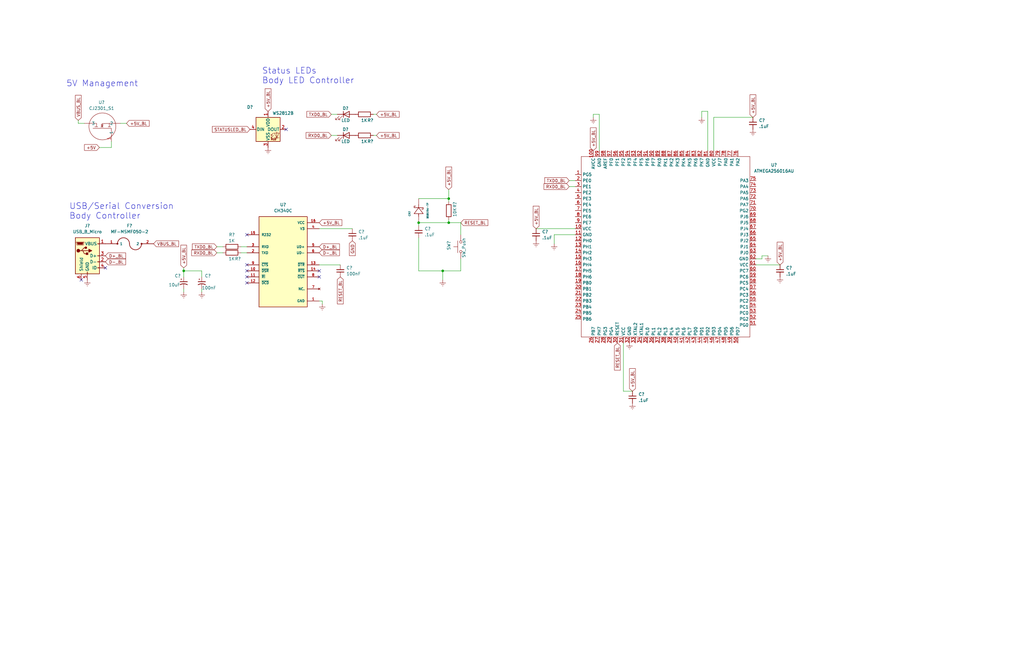
<source format=kicad_sch>
(kicad_sch (version 20211123) (generator eeschema)
  (paper "USLedger")
  (lib_symbols
    (symbol "Connector:USB_B_Micro" (pin_names (offset 1.016))
      (property "Reference" "J" (at -5.08 11.43 0))
      (property "Value" "USB_B_Micro" (at -5.08 8.89 0))
      (symbol "USB_B_Micro_0_1"
        (rectangle (start -5.08 -7.62) (end 5.08 7.62) (stroke (width 0.254)) (fill (type background)))
        (circle (center -3.81 2.159) (radius 0.635) (stroke (width 0.254)) (fill (type outline)))
        (circle (center -0.635 3.429) (radius 0.381) (stroke (width 0.254)) (fill (type outline)))
        (rectangle (start -0.127 -7.62) (end 0.127 -6.858))
        (polyline (pts (xy -1.905 2.159) (xy 0.635 2.159)) (stroke (width 0.254)))
        (polyline (pts (xy -3.175 2.159) (xy -2.54 2.159) (xy -1.27 3.429) (xy -0.635 3.429)) (stroke (width 0.254)))
        (polyline (pts (xy -2.54 2.159) (xy -1.905 2.159) (xy -1.27 0.889) (xy 0 0.889)) (stroke (width 0.254)))
        (polyline (pts (xy 0.635 2.794) (xy 0.635 1.524) (xy 1.905 2.159) (xy 0.635 2.794)) (stroke (width 0.254)) (fill (type outline)))
        (polyline (pts (xy -4.318 5.588) (xy -1.778 5.588) (xy -2.032 4.826) (xy -4.064 4.826) (xy -4.318 5.588)) (fill (type outline)))
        (polyline (pts (xy -4.699 5.842) (xy -4.699 5.588) (xy -4.445 4.826) (xy -4.445 4.572) (xy -1.651 4.572) (xy -1.651 4.826) (xy -1.397 5.588) (xy -1.397 5.842) (xy -4.699 5.842)))
        (rectangle (start 0.254 1.27) (end -0.508 0.508) (stroke (width 0.254)) (fill (type outline)))
        (rectangle (start 5.08 -5.207) (end 4.318 -4.953))
        (rectangle (start 5.08 -2.667) (end 4.318 -2.413))
        (rectangle (start 5.08 -0.127) (end 4.318 0.127))
        (rectangle (start 5.08 4.953) (end 4.318 5.207))
      )
      (symbol "USB_B_Micro_1_1"
        (pin power_out line (at 7.62 5.08 180) (length 2.54) (name "VBUS") (number "1"))
        (pin bidirectional line (at 7.62 -2.54 180) (length 2.54) (name "D-") (number "2"))
        (pin bidirectional line (at 7.62 0 180) (length 2.54) (name "D+") (number "3"))
        (pin passive line (at 7.62 -5.08 180) (length 2.54) (name "ID") (number "4"))
        (pin power_out line (at 0 -10.16 90) (length 2.54) (name "GND") (number "5"))
        (pin passive line (at -2.54 -10.16 90) (length 2.54) (name "Shield") (number "6"))
      )
    )
    (symbol "Custom:ATMEGA256016AU"
      (property "Reference" "U" (at -2.54 -2.54 0))
      (property "Value" "ATMEGA256016AU" (at 0 7.62 0))
      (symbol "ATMEGA256016AU_0_1"
        (rectangle (start -33.02 38.1) (end 38.1 -38.1))
      )
      (symbol "ATMEGA256016AU_1_1"
        (pin bidirectional line (at -35.56 30.48 0) (length 2.54) (name "PG5") (number "1"))
        (pin input line (at -35.56 7.62 0) (length 2.54) (name "VCC") (number "10"))
        (pin bidirectional line (at -27.94 40.64 270) (length 2.54) (name "AVCC") (number "100"))
        (pin input line (at -35.56 5.08 0) (length 2.54) (name "GND") (number "11"))
        (pin bidirectional line (at -35.56 2.54 0) (length 2.54) (name "PH0") (number "12"))
        (pin bidirectional line (at -35.56 0 0) (length 2.54) (name "PH1") (number "13"))
        (pin bidirectional line (at -35.56 -2.54 0) (length 2.54) (name "PH2") (number "14"))
        (pin bidirectional line (at -35.56 -5.08 0) (length 2.54) (name "PH3") (number "15"))
        (pin bidirectional line (at -35.56 -7.62 0) (length 2.54) (name "PH4") (number "16"))
        (pin bidirectional line (at -35.56 -10.16 0) (length 2.54) (name "PH5") (number "17"))
        (pin bidirectional line (at -35.56 -12.7 0) (length 2.54) (name "PH6") (number "18"))
        (pin bidirectional line (at -35.56 -15.24 0) (length 2.54) (name "PB0") (number "19"))
        (pin bidirectional line (at -35.56 27.94 0) (length 2.54) (name "PE0") (number "2"))
        (pin bidirectional line (at -35.56 -17.78 0) (length 2.54) (name "PB1") (number "20"))
        (pin bidirectional line (at -35.56 -20.32 0) (length 2.54) (name "PB2") (number "21"))
        (pin bidirectional line (at -35.56 -22.86 0) (length 2.54) (name "PB3") (number "22"))
        (pin bidirectional line (at -35.56 -25.4 0) (length 2.54) (name "PB4") (number "23"))
        (pin bidirectional line (at -35.56 -27.94 0) (length 2.54) (name "PB5") (number "24"))
        (pin bidirectional line (at -35.56 -30.48 0) (length 2.54) (name "PB6") (number "25"))
        (pin bidirectional line (at -27.94 -40.64 90) (length 2.54) (name "PB7") (number "26"))
        (pin bidirectional line (at -25.4 -40.64 90) (length 2.54) (name "PH7") (number "27"))
        (pin bidirectional line (at -22.86 -40.64 90) (length 2.54) (name "PG3") (number "28"))
        (pin bidirectional line (at -20.32 -40.64 90) (length 2.54) (name "PG4") (number "29"))
        (pin bidirectional line (at -35.56 25.4 0) (length 2.54) (name "PE1") (number "3"))
        (pin input line (at -17.78 -40.64 90) (length 2.54) (name "RESET") (number "30"))
        (pin input line (at -15.24 -40.64 90) (length 2.54) (name "VCC") (number "31"))
        (pin input line (at -12.7 -40.64 90) (length 2.54) (name "GND") (number "32"))
        (pin input line (at -10.16 -40.64 90) (length 2.54) (name "XTAL2") (number "33"))
        (pin input line (at -7.62 -40.64 90) (length 2.54) (name "XTAL1") (number "34"))
        (pin bidirectional line (at -5.08 -40.64 90) (length 2.54) (name "PL0") (number "35"))
        (pin bidirectional line (at -2.54 -40.64 90) (length 2.54) (name "PL1") (number "36"))
        (pin bidirectional line (at 0 -40.64 90) (length 2.54) (name "PL2") (number "37"))
        (pin bidirectional line (at 2.54 -40.64 90) (length 2.54) (name "PL3") (number "38"))
        (pin bidirectional line (at 5.08 -40.64 90) (length 2.54) (name "PL4") (number "39"))
        (pin bidirectional line (at -35.56 22.86 0) (length 2.54) (name "PE2") (number "4"))
        (pin bidirectional line (at 7.62 -40.64 90) (length 2.54) (name "PL5") (number "40"))
        (pin bidirectional line (at 10.16 -40.64 90) (length 2.54) (name "PL6") (number "41"))
        (pin bidirectional line (at 12.7 -40.64 90) (length 2.54) (name "PL7") (number "42"))
        (pin bidirectional line (at 15.24 -40.64 90) (length 2.54) (name "PD0") (number "43"))
        (pin bidirectional line (at 17.78 -40.64 90) (length 2.54) (name "PD1") (number "44"))
        (pin bidirectional line (at 20.32 -40.64 90) (length 2.54) (name "PD2") (number "45"))
        (pin bidirectional line (at 22.86 -40.64 90) (length 2.54) (name "PD3") (number "46"))
        (pin bidirectional line (at 25.4 -40.64 90) (length 2.54) (name "PD4") (number "47"))
        (pin bidirectional line (at 27.94 -40.64 90) (length 2.54) (name "PD5") (number "48"))
        (pin bidirectional line (at 30.48 -40.64 90) (length 2.54) (name "PD6") (number "49"))
        (pin bidirectional line (at -35.56 20.32 0) (length 2.54) (name "PE3") (number "5"))
        (pin bidirectional line (at 33.02 -40.64 90) (length 2.54) (name "PD7") (number "50"))
        (pin bidirectional line (at 40.64 -33.02 180) (length 2.54) (name "PG0") (number "51"))
        (pin bidirectional line (at 40.64 -30.48 180) (length 2.54) (name "PG2") (number "52"))
        (pin bidirectional line (at 40.64 -27.94 180) (length 2.54) (name "PC0") (number "53"))
        (pin bidirectional line (at 40.64 -25.4 180) (length 2.54) (name "PC1") (number "54"))
        (pin bidirectional line (at 40.64 -22.86 180) (length 2.54) (name "PC2") (number "55"))
        (pin bidirectional line (at 40.64 -20.32 180) (length 2.54) (name "PC3") (number "56"))
        (pin bidirectional line (at 40.64 -17.78 180) (length 2.54) (name "PC4") (number "57"))
        (pin bidirectional line (at 40.64 -15.24 180) (length 2.54) (name "PC5") (number "58"))
        (pin bidirectional line (at 40.64 -12.7 180) (length 2.54) (name "PC6") (number "59"))
        (pin bidirectional line (at -35.56 17.78 0) (length 2.54) (name "PE4") (number "6"))
        (pin bidirectional line (at 40.64 -10.16 180) (length 2.54) (name "PC7") (number "60"))
        (pin input line (at 40.64 -7.62 180) (length 2.54) (name "VCC") (number "61"))
        (pin input line (at 40.64 -5.08 180) (length 2.54) (name "GND") (number "62"))
        (pin bidirectional line (at 40.64 -2.54 180) (length 2.54) (name "PJ0") (number "63"))
        (pin bidirectional line (at 40.64 0 180) (length 2.54) (name "PJ1") (number "64"))
        (pin bidirectional line (at 40.64 2.54 180) (length 2.54) (name "PJ2") (number "65"))
        (pin bidirectional line (at 40.64 5.08 180) (length 2.54) (name "PJ3") (number "66"))
        (pin bidirectional line (at 40.64 7.62 180) (length 2.54) (name "PJ4") (number "67"))
        (pin bidirectional line (at 40.64 10.16 180) (length 2.54) (name "PJ5") (number "68"))
        (pin bidirectional line (at 40.64 12.7 180) (length 2.54) (name "PJ6") (number "69"))
        (pin bidirectional line (at -35.56 15.24 0) (length 2.54) (name "PE5") (number "7"))
        (pin bidirectional line (at 40.64 15.24 180) (length 2.54) (name "PG2") (number "70"))
        (pin bidirectional line (at 40.64 17.78 180) (length 2.54) (name "PA7") (number "71"))
        (pin bidirectional line (at 40.64 20.32 180) (length 2.54) (name "PA6") (number "72"))
        (pin bidirectional line (at 40.64 22.86 180) (length 2.54) (name "PA5") (number "73"))
        (pin bidirectional line (at 40.64 25.4 180) (length 2.54) (name "PA4") (number "74"))
        (pin bidirectional line (at 40.64 27.94 180) (length 2.54) (name "PA3") (number "75"))
        (pin bidirectional line (at 33.02 40.64 270) (length 2.54) (name "PA2") (number "76"))
        (pin bidirectional line (at 30.48 40.64 270) (length 2.54) (name "PA1") (number "77"))
        (pin bidirectional line (at 27.94 40.64 270) (length 2.54) (name "PA0") (number "78"))
        (pin bidirectional line (at 25.4 40.64 270) (length 2.54) (name "PJ7") (number "79"))
        (pin bidirectional line (at -35.56 12.7 0) (length 2.54) (name "PE6") (number "8"))
        (pin input line (at 22.86 40.64 270) (length 2.54) (name "VCC") (number "80"))
        (pin input line (at 20.32 40.64 270) (length 2.54) (name "GND") (number "81"))
        (pin bidirectional line (at 17.78 40.64 270) (length 2.54) (name "PK7") (number "82"))
        (pin bidirectional line (at 15.24 40.64 270) (length 2.54) (name "PK6") (number "83"))
        (pin bidirectional line (at 12.7 40.64 270) (length 2.54) (name "PK5") (number "84"))
        (pin bidirectional line (at 10.16 40.64 270) (length 2.54) (name "PK4") (number "85"))
        (pin bidirectional line (at 7.62 40.64 270) (length 2.54) (name "PK3") (number "86"))
        (pin bidirectional line (at 5.08 40.64 270) (length 2.54) (name "PK2") (number "87"))
        (pin bidirectional line (at 2.54 40.64 270) (length 2.54) (name "PK1") (number "88"))
        (pin bidirectional line (at 0 40.64 270) (length 2.54) (name "PK0") (number "89"))
        (pin bidirectional line (at -35.56 10.16 0) (length 2.54) (name "PE7") (number "9"))
        (pin bidirectional line (at -2.54 40.64 270) (length 2.54) (name "PF7") (number "90"))
        (pin bidirectional line (at -5.08 40.64 270) (length 2.54) (name "PF6") (number "91"))
        (pin bidirectional line (at -7.62 40.64 270) (length 2.54) (name "PF5") (number "92"))
        (pin bidirectional line (at -10.16 40.64 270) (length 2.54) (name "PF4") (number "93"))
        (pin bidirectional line (at -12.7 40.64 270) (length 2.54) (name "PF3") (number "94"))
        (pin bidirectional line (at -15.24 40.64 270) (length 2.54) (name "PF2") (number "95"))
        (pin bidirectional line (at -17.78 40.64 270) (length 2.54) (name "PF1") (number "96"))
        (pin bidirectional line (at -20.32 40.64 270) (length 2.54) (name "PF0") (number "97"))
        (pin bidirectional line (at -22.86 40.64 270) (length 2.54) (name "AREF") (number "98"))
        (pin input line (at -25.4 40.64 270) (length 2.54) (name "GND") (number "99"))
      )
    )
    (symbol "Custom:B5819W-TP" (pin_numbers hide) (pin_names hide)
      (property "Reference" "CR" (at 5.08 4.445 0))
      (property "Value" "B5819W-TP" (at 5.08 -7.62 0))
      (symbol "B5819W-TP_1_1"
        (polyline (pts (xy 2.54 0) (xy 3.4798 0)) (stroke (width 0.2032)))
        (polyline (pts (xy 3.175 0) (xy 3.81 0)) (stroke (width 0.2032)))
        (polyline (pts (xy 3.81 -1.905) (xy 6.35 0)) (stroke (width 0.2032)))
        (polyline (pts (xy 3.81 1.905) (xy 3.81 -1.905)) (stroke (width 0.2032)))
        (polyline (pts (xy 5.715 -1.905) (xy 5.715 -1.27)) (stroke (width 0.2032)))
        (polyline (pts (xy 6.35 -1.905) (xy 5.715 -1.905)) (stroke (width 0.2032)))
        (polyline (pts (xy 6.35 -1.905) (xy 6.35 1.905)) (stroke (width 0.2032)))
        (polyline (pts (xy 6.35 0) (xy 3.81 1.905)) (stroke (width 0.2032)))
        (polyline (pts (xy 6.35 0) (xy 7.62 0)) (stroke (width 0.2032)))
        (polyline (pts (xy 6.35 1.905) (xy 6.985 1.905)) (stroke (width 0.2032)))
        (polyline (pts (xy 6.985 1.905) (xy 6.985 1.27)) (stroke (width 0.2032)))
        (pin unspecified line (at 10.16 0 180) (length 2.54) (name "~") (number "1"))
        (pin unspecified line (at 0 0 0) (length 2.54) (name "~") (number "2"))
      )
    )
    (symbol "Custom:CH340C" (pin_names (offset 1.016))
      (property "Reference" "U" (at -10.16 20.955 0))
      (property "Value" "CH340C" (at -10.16 -20.32 0))
      (symbol "CH340C_0_0"
        (rectangle (start -10.16 -17.78) (end 10.16 20.32) (stroke (width 0.254)) (fill (type background)))
        (pin power_in line (at 15.24 -15.24 180) (length 5.08) (name "GND") (number "1"))
        (pin input line (at -15.24 -2.54 0) (length 5.08) (name "~{DSR}") (number "10"))
        (pin input line (at -15.24 -5.08 0) (length 5.08) (name "~{RI}") (number "11"))
        (pin input line (at -15.24 -7.62 0) (length 5.08) (name "~{DCD}") (number "12"))
        (pin output line (at 15.24 0 180) (length 5.08) (name "~{DTR}") (number "13"))
        (pin output line (at 15.24 -2.54 180) (length 5.08) (name "~{RTS}") (number "14"))
        (pin input line (at -15.24 12.7 0) (length 5.08) (name "R232") (number "15"))
        (pin power_in line (at 15.24 17.78 180) (length 5.08) (name "VCC") (number "16"))
        (pin output line (at -15.24 5.08 0) (length 5.08) (name "TXD") (number "2"))
        (pin input line (at -15.24 7.62 0) (length 5.08) (name "RXD") (number "3"))
        (pin power_in line (at 15.24 15.24 180) (length 5.08) (name "V3") (number "4"))
        (pin bidirectional line (at 15.24 7.62 180) (length 5.08) (name "UD+") (number "5"))
        (pin bidirectional line (at 15.24 5.08 180) (length 5.08) (name "UD-") (number "6"))
        (pin no_connect line (at 15.24 -10.16 180) (length 5.08) (name "NC.") (number "7"))
        (pin output line (at 15.24 -5.08 180) (length 5.08) (name "~{OUT}") (number "8"))
        (pin input line (at -15.24 0 0) (length 5.08) (name "~{CTS}") (number "9"))
      )
    )
    (symbol "Custom:CJ2301_S1"
      (property "Reference" "U" (at 0 10.16 0))
      (property "Value" "CJ2301_S1" (at -1.27 -10.16 0))
      (symbol "CJ2301_S1_0_1"
        (polyline (pts (xy -8.89 1.27) (xy -8.89 1.27)))
        (polyline (pts (xy -1.9558 -0.1778) (xy -3.2258 -0.1778)))
        (polyline (pts (xy 2.413 -0.1778) (xy 3.5052 -0.1778)))
        (polyline (pts (xy 2.9464 1.2954) (xy 2.9464 -0.1016)))
        (polyline (pts (xy -5.0292 1.2954) (xy -2.4638 1.27) (xy -2.4638 -0.1016)))
        (polyline (pts (xy -0.508 0.6604) (xy 0.3302 0.6858) (xy -0.127 -0.1778)))
        (polyline (pts (xy 3.8354 -3.8608) (xy 3.7846 -0.8382) (xy -3.9878 -0.8382)))
        (polyline (pts (xy 5.08 1.27) (xy -0.1524 1.2192) (xy -0.1016 -0.2032)))
        (polyline (pts (xy -0.4826 0.6096) (xy -0.127 -0.2286) (xy 0.381 -0.2286) (xy -0.7112 -0.2286)))
        (circle (center 0 0) (radius 5.6796))
      )
      (symbol "CJ2301_S1_1_1"
        (pin bidirectional line (at 7.62 1.27 180) (length 2.54) (name "2") (number ""))
        (pin input line (at -7.62 1.27 0) (length 2.54) (name "3") (number ""))
        (pin bidirectional line (at 3.81 -6.35 90) (length 2.54) (name "1") (number "1"))
      )
    )
    (symbol "Custom:MF-MSMF050-2" (pin_names (offset 1.016))
      (property "Reference" "F" (at -5.08 3.81 0))
      (property "Value" "MF-MSMF050-2" (at -5.08 -3.81 0))
      (symbol "MF-MSMF050-2_0_0"
        (circle (center -5.08 0) (radius 0.254) (stroke (width 0.254)))
        (arc (start 0 0) (mid -2.54 2.54) (end -5.08 0) (stroke (width 0.254)))
        (arc (start 0 0) (mid 2.54 -2.54) (end 5.08 0) (stroke (width 0.254)))
        (circle (center 5.08 0) (radius 0.254) (stroke (width 0.254)))
        (pin passive line (at -10.16 0 0) (length 5.08) (name "1") (number "1"))
        (pin passive line (at 10.16 0 180) (length 5.08) (name "2") (number "2"))
      )
    )
    (symbol "Device:C_Polarized_Small_US" (pin_numbers hide) (pin_names (offset 0.254) hide)
      (property "Reference" "C" (at 0.254 1.778 0))
      (property "Value" "C_Polarized_Small_US" (at 0.254 -2.032 0))
      (symbol "C_Polarized_Small_US_0_1"
        (polyline (pts (xy -1.524 0.508) (xy 1.524 0.508)) (stroke (width 0.3048)))
        (polyline (pts (xy -1.27 1.524) (xy -0.762 1.524)))
        (polyline (pts (xy -1.016 1.27) (xy -1.016 1.778)))
        (arc (start 1.524 -0.762) (mid 0 -0.3734) (end -1.524 -0.762) (stroke (width 0.3048)))
      )
      (symbol "C_Polarized_Small_US_1_1"
        (pin passive line (at 0 2.54 270) (length 2.032) (name "~") (number "1"))
        (pin passive line (at 0 -2.54 90) (length 2.032) (name "~") (number "2"))
      )
    )
    (symbol "Device:C_Small" (pin_numbers hide) (pin_names (offset 0.254) hide)
      (property "Reference" "C" (at 0.254 1.778 0))
      (property "Value" "C_Small" (at 0.254 -2.032 0))
      (symbol "C_Small_0_1"
        (polyline (pts (xy -1.524 -0.508) (xy 1.524 -0.508)) (stroke (width 0.3302)))
        (polyline (pts (xy -1.524 0.508) (xy 1.524 0.508)) (stroke (width 0.3048)))
      )
      (symbol "C_Small_1_1"
        (pin passive line (at 0 2.54 270) (length 2.032) (name "~") (number "1"))
        (pin passive line (at 0 -2.54 90) (length 2.032) (name "~") (number "2"))
      )
    )
    (symbol "Device:LED" (pin_numbers hide) (pin_names (offset 1.016) hide)
      (property "Reference" "D" (at 0 2.54 0))
      (property "Value" "LED" (at 0 -2.54 0))
      (symbol "LED_0_1"
        (polyline (pts (xy -1.27 -1.27) (xy -1.27 1.27)) (stroke (width 0.254)))
        (polyline (pts (xy -1.27 0) (xy 1.27 0)))
        (polyline (pts (xy 1.27 -1.27) (xy 1.27 1.27) (xy -1.27 0) (xy 1.27 -1.27)) (stroke (width 0.254)))
        (polyline (pts (xy -3.048 -0.762) (xy -4.572 -2.286) (xy -3.81 -2.286) (xy -4.572 -2.286) (xy -4.572 -1.524)))
        (polyline (pts (xy -1.778 -0.762) (xy -3.302 -2.286) (xy -2.54 -2.286) (xy -3.302 -2.286) (xy -3.302 -1.524)))
      )
      (symbol "LED_1_1"
        (pin passive line (at -3.81 0 0) (length 2.54) (name "K") (number "1"))
        (pin passive line (at 3.81 0 180) (length 2.54) (name "A") (number "2"))
      )
    )
    (symbol "Device:R" (pin_numbers hide) (pin_names (offset 0))
      (property "Reference" "R" (at 2.032 0 90))
      (property "Value" "R" (at 0 0 90))
      (symbol "R_0_1"
        (rectangle (start -1.016 -2.54) (end 1.016 2.54) (stroke (width 0.254)))
      )
      (symbol "R_1_1"
        (pin passive line (at 0 3.81 270) (length 1.27) (name "~") (number "1"))
        (pin passive line (at 0 -3.81 90) (length 1.27) (name "~") (number "2"))
      )
    )
    (symbol "LED:WS2812B" (pin_names (offset 0.254))
      (property "Reference" "D" (at 5.08 5.715 0))
      (property "Value" "WS2812B" (at 1.27 -5.715 0))
      (symbol "WS2812B_0_0"
        (text "RGB" (at 2.286 -4.191 0) (effects (font (size 0.762 0.762))))
      )
      (symbol "WS2812B_0_1"
        (polyline (pts (xy 1.27 -3.556) (xy 1.778 -3.556)))
        (polyline (pts (xy 1.27 -2.54) (xy 1.778 -2.54)))
        (polyline (pts (xy 4.699 -3.556) (xy 2.667 -3.556)))
        (polyline (pts (xy 2.286 -2.54) (xy 1.27 -3.556) (xy 1.27 -3.048)))
        (polyline (pts (xy 2.286 -1.524) (xy 1.27 -2.54) (xy 1.27 -2.032)))
        (polyline (pts (xy 3.683 -1.016) (xy 3.683 -3.556) (xy 3.683 -4.064)))
        (polyline (pts (xy 4.699 -1.524) (xy 2.667 -1.524) (xy 3.683 -3.556) (xy 4.699 -1.524)))
        (rectangle (start 5.08 5.08) (end -5.08 -5.08) (stroke (width 0.254)) (fill (type background)))
      )
      (symbol "WS2812B_1_1"
        (pin power_in line (at 0 7.62 270) (length 2.54) (name "VDD") (number "1"))
        (pin output line (at 7.62 0 180) (length 2.54) (name "DOUT") (number "2"))
        (pin power_in line (at 0 -7.62 90) (length 2.54) (name "VSS") (number "3"))
        (pin input line (at -7.62 0 0) (length 2.54) (name "DIN") (number "4"))
      )
    )
    (symbol "Switch:SW_Push" (pin_numbers hide) (pin_names (offset 1.016) hide)
      (property "Reference" "SW" (at 1.27 2.54 0))
      (property "Value" "SW_Push" (at 0 -1.524 0))
      (symbol "SW_Push_0_1"
        (circle (center -2.032 0) (radius 0.508))
        (polyline (pts (xy 0 1.27) (xy 0 3.048)))
        (polyline (pts (xy 2.54 1.27) (xy -2.54 1.27)))
        (circle (center 2.032 0) (radius 0.508))
        (pin passive line (at -5.08 0 0) (length 2.54) (name "1") (number "1"))
        (pin passive line (at 5.08 0 180) (length 2.54) (name "2") (number "2"))
      )
    )
    (symbol "power:Earth" (power) (pin_names (offset 0))
      (symbol "Earth_0_1"
        (polyline (pts (xy -0.635 -1.905) (xy 0.635 -1.905)))
        (polyline (pts (xy -0.127 -2.54) (xy 0.127 -2.54)))
        (polyline (pts (xy 0 -1.27) (xy 0 0)))
        (polyline (pts (xy 1.27 -1.27) (xy -1.27 -1.27)))
      )
      (symbol "Earth_1_1"
        (pin power_in line (at 0 0 270) (length 0) hide (name "Earth") (number "1"))
      )
    )
  )
  (junction (at 189.23 93.98))
  (junction (at 176.53 93.98))
  (junction (at 186.69 114.3))
  (junction (at 77.47 114.3))
  (junction (at 189.23 83.82))
  (no_connect (at 120.65 54.61))
  (no_connect (at 104.14 99.06))
  (no_connect (at 104.14 119.38))
  (no_connect (at 104.14 116.84))
  (no_connect (at 34.29 118.11))
  (no_connect (at 134.62 114.3))
  (no_connect (at 44.45 113.03))
  (no_connect (at 104.14 111.76))
  (no_connect (at 104.14 114.3))
  (no_connect (at 134.62 116.84))
  (wire (pts (xy 233.68 99.06) (xy 233.68 102.87)))
  (wire (pts (xy 91.44 106.68) (xy 93.98 106.68)))
  (wire (pts (xy 158.75 48.26) (xy 157.48 48.26)))
  (wire (pts (xy 186.69 114.3) (xy 186.69 118.11)))
  (wire (pts (xy 252.73 63.5) (xy 252.73 48.26)))
  (wire (pts (xy 91.44 104.14) (xy 93.98 104.14)))
  (wire (pts (xy 50.8 52.07) (xy 53.34 52.07)))
  (wire (pts (xy 176.53 93.98) (xy 176.53 95.25)))
  (wire (pts (xy 46.99 59.69) (xy 46.99 62.23)))
  (wire (pts (xy 189.23 80.01) (xy 189.23 83.82)))
  (wire (pts (xy 194.31 114.3) (xy 186.69 114.3)))
  (wire (pts (xy 300.99 63.5) (xy 300.99 49.53)))
  (wire (pts (xy 242.57 99.06) (xy 233.68 99.06)))
  (wire (pts (xy 226.06 96.52) (xy 242.57 96.52)))
  (wire (pts (xy 158.75 57.15) (xy 157.48 57.15)))
  (wire (pts (xy 194.31 99.06) (xy 194.31 93.98)))
  (wire (pts (xy 176.53 114.3) (xy 176.53 100.33)))
  (wire (pts (xy 77.47 113.03) (xy 77.47 114.3)))
  (wire (pts (xy 85.09 116.84) (xy 85.09 114.3)))
  (wire (pts (xy 298.45 46.99) (xy 295.91 46.99)))
  (wire (pts (xy 240.03 76.2) (xy 242.57 76.2)))
  (wire (pts (xy 186.69 114.3) (xy 176.53 114.3)))
  (wire (pts (xy 139.7 48.26) (xy 142.24 48.26)))
  (wire (pts (xy 321.31 107.95) (xy 323.85 107.95)))
  (wire (pts (xy 143.51 111.76) (xy 134.62 111.76)))
  (wire (pts (xy 77.47 121.92) (xy 77.47 123.19)))
  (wire (pts (xy 33.02 50.8) (xy 33.02 52.07)))
  (wire (pts (xy 134.62 96.52) (xy 148.59 96.52)))
  (wire (pts (xy 176.53 93.98) (xy 189.23 93.98)))
  (wire (pts (xy 85.09 114.3) (xy 77.47 114.3)))
  (wire (pts (xy 300.99 49.53) (xy 317.5 49.53)))
  (wire (pts (xy 101.6 104.14) (xy 104.14 104.14)))
  (wire (pts (xy 318.77 111.76) (xy 328.93 111.76)))
  (wire (pts (xy 77.47 114.3) (xy 77.47 116.84)))
  (wire (pts (xy 33.02 52.07) (xy 35.56 52.07)))
  (wire (pts (xy 85.09 121.92) (xy 85.09 123.19)))
  (wire (pts (xy 189.23 93.98) (xy 194.31 93.98)))
  (wire (pts (xy 262.89 144.78) (xy 262.89 165.1)))
  (wire (pts (xy 252.73 48.26) (xy 250.19 48.26)))
  (wire (pts (xy 101.6 106.68) (xy 104.14 106.68)))
  (wire (pts (xy 318.77 109.22) (xy 321.31 109.22)))
  (wire (pts (xy 189.23 83.82) (xy 189.23 85.09)))
  (wire (pts (xy 139.7 57.15) (xy 142.24 57.15)))
  (wire (pts (xy 176.53 83.82) (xy 189.23 83.82)))
  (wire (pts (xy 135.89 127) (xy 135.89 128.27)))
  (wire (pts (xy 321.31 109.22) (xy 321.31 107.95)))
  (wire (pts (xy 41.91 62.23) (xy 46.99 62.23)))
  (wire (pts (xy 240.03 78.74) (xy 242.57 78.74)))
  (wire (pts (xy 250.19 48.26) (xy 250.19 49.53)))
  (wire (pts (xy 262.89 165.1) (xy 266.7 165.1)))
  (wire (pts (xy 134.62 127) (xy 135.89 127)))
  (wire (pts (xy 295.91 46.99) (xy 295.91 49.53)))
  (wire (pts (xy 298.45 63.5) (xy 298.45 46.99)))
  (wire (pts (xy 189.23 93.98) (xy 189.23 92.71)))
  (wire (pts (xy 194.31 109.22) (xy 194.31 114.3)))
  (text "USB/Serial Conversion \nBody Controller" (at 29.21 92.71 0) (effects (font (size 2.54 2.54)) (justify left bottom)))
  (text "Status LEDs\nBody LED Controller" (at 110.49 35.56 0) (effects (font (size 2.54 2.54)) (justify left bottom)))
  (text "5V Management" (at 27.94 36.83 0) (effects (font (size 2.54 2.54)) (justify left bottom)))
  (global_label "D+_BL" (shape input) (at 44.45 107.95 0) (property "Intersheet References" "${INTERSHEET_REFS}" (effects hide)))
  (global_label "+5V_BL" (shape input) (at 317.5 49.53 90) (property "Intersheet References" "${INTERSHEET_REFS}" (effects hide)))
  (global_label "VBUS_BL" (shape input) (at 33.02 50.8 90) (property "Intersheet References" "${INTERSHEET_REFS}" (effects hide)))
  (global_label "RESET_BL" (shape input) (at 143.51 116.84 270) (property "Intersheet References" "${INTERSHEET_REFS}" (effects hide)))
  (global_label "+5V_BL" (shape input) (at 328.93 111.76 90) (property "Intersheet References" "${INTERSHEET_REFS}" (effects hide)))
  (global_label "D-_BL" (shape input) (at 44.45 110.49 0) (property "Intersheet References" "${INTERSHEET_REFS}" (effects hide)))
  (global_label "TXD0_BL" (shape input) (at 91.44 104.14 180) (property "Intersheet References" "${INTERSHEET_REFS}" (effects hide)))
  (global_label "+5V_BL" (shape input) (at 134.62 93.98 0) (property "Intersheet References" "${INTERSHEET_REFS}" (effects hide)))
  (global_label "STATUSLED_BL" (shape input) (at 105.41 54.61 180) (property "Intersheet References" "${INTERSHEET_REFS}" (effects hide)))
  (global_label "+5V_BL" (shape input) (at 113.03 46.99 90) (property "Intersheet References" "${INTERSHEET_REFS}" (effects hide)))
  (global_label "GND" (shape input) (at 148.59 101.6 270) (property "Intersheet References" "${INTERSHEET_REFS}" (effects hide)))
  (global_label "D-_BL" (shape input) (at 134.62 106.68 0) (property "Intersheet References" "${INTERSHEET_REFS}" (effects hide)))
  (global_label "+5V_BL" (shape input) (at 77.47 113.03 90) (property "Intersheet References" "${INTERSHEET_REFS}" (effects hide)))
  (global_label "+5V_BL" (shape input) (at 53.34 52.07 0) (property "Intersheet References" "${INTERSHEET_REFS}" (effects hide)))
  (global_label "+5V_BL" (shape input) (at 266.7 165.1 90) (property "Intersheet References" "${INTERSHEET_REFS}" (effects hide)))
  (global_label "+5V_BL" (shape input) (at 158.75 48.26 0) (property "Intersheet References" "${INTERSHEET_REFS}" (effects hide)))
  (global_label "RESET_BL" (shape input) (at 260.35 144.78 270) (property "Intersheet References" "${INTERSHEET_REFS}" (effects hide)))
  (global_label "RXD0_BL" (shape input) (at 139.7 57.15 180) (property "Intersheet References" "${INTERSHEET_REFS}" (effects hide)))
  (global_label "+5V" (shape input) (at 41.91 62.23 180) (property "Intersheet References" "${INTERSHEET_REFS}" (effects hide)))
  (global_label "+5V_BL" (shape input) (at 226.06 96.52 90) (property "Intersheet References" "${INTERSHEET_REFS}" (effects hide)))
  (global_label "RESET_BL" (shape input) (at 194.31 93.98 0) (property "Intersheet References" "${INTERSHEET_REFS}" (effects hide)))
  (global_label "TXD0_BL" (shape input) (at 240.03 76.2 180) (property "Intersheet References" "${INTERSHEET_REFS}" (effects hide)))
  (global_label "RXD0_BL" (shape input) (at 240.03 78.74 180) (property "Intersheet References" "${INTERSHEET_REFS}" (effects hide)))
  (global_label "+5V_BL" (shape input) (at 189.23 80.01 90) (property "Intersheet References" "${INTERSHEET_REFS}" (effects hide)))
  (global_label "+5V_BL" (shape input) (at 158.75 57.15 0) (property "Intersheet References" "${INTERSHEET_REFS}" (effects hide)))
  (global_label "RXD0_BL" (shape input) (at 91.44 106.68 180) (property "Intersheet References" "${INTERSHEET_REFS}" (effects hide)))
  (global_label "VBUS_BL" (shape input) (at 64.77 102.87 0) (property "Intersheet References" "${INTERSHEET_REFS}" (effects hide)))
  (global_label "+5V_BL" (shape input) (at 250.19 63.5 90) (property "Intersheet References" "${INTERSHEET_REFS}" (effects hide)))
  (global_label "D+_BL" (shape input) (at 134.62 104.14 0) (property "Intersheet References" "${INTERSHEET_REFS}" (effects hide)))
  (global_label "TXD0_BL" (shape input) (at 139.7 48.26 180) (property "Intersheet References" "${INTERSHEET_REFS}" (effects hide)))
  (symbol (lib_id "Custom:CJ2301_S1") (at 43.18 53.34 0) (unit 1)
    (property "Reference" "U?" (at 42.8448 43.18 0))
    (property "Value" "CJ2301_S1" (at 42.8448 45.72 0))
    (property "Footprint" "Package_TO_SOT_SMD:SOT-23" (effects hide))
  )
  (symbol (lib_id "power:Earth") (at 323.85 107.95 0) (unit 1)
    (property "Reference" "#PWR?" (effects hide))
    (property "Value" "Earth" (effects hide))
  )
  (symbol (lib_id "power:Earth") (at 135.89 128.27 0) (unit 1)
    (property "Reference" "#PWR?" (effects hide))
    (property "Value" "Earth" (effects hide))
  )
  (symbol (lib_id "Device:R") (at 97.79 106.68 270) (unit 1)
    (property "Reference" "R?" (at 101.5999 109.22 90) (effects (justify right)))
    (property "Value" "1K" (at 99.0599 109.22 90) (effects (justify right)))
    (property "Footprint" "Resistor_SMD:R_0402_1005Metric" (effects hide))
  )
  (symbol (lib_id "Device:C_Small") (at 266.7 167.64 0) (unit 1)
    (property "Reference" "C?" (at 269.24 166.3762 0) (effects (justify left)))
    (property "Value" ".1uF" (at 269.24 168.9162 0) (effects (justify left)))
  )
  (symbol (lib_id "power:Earth") (at 186.69 118.11 0) (unit 1)
    (property "Reference" "#PWR?" (effects hide))
    (property "Value" "Earth" (effects hide))
  )
  (symbol (lib_id "Device:R") (at 153.67 48.26 270) (unit 1)
    (property "Reference" "R?" (at 157.4799 50.8 90) (effects (justify right)))
    (property "Value" "1K" (at 154.9399 50.8 90) (effects (justify right)))
    (property "Footprint" "Resistor_SMD:R_0402_1005Metric" (effects hide))
  )
  (symbol (lib_id "Device:C_Small") (at 328.93 114.3 0) (unit 1)
    (property "Reference" "C?" (at 331.47 113.0362 0) (effects (justify left)))
    (property "Value" ".1uF" (at 331.47 115.5762 0) (effects (justify left)))
  )
  (symbol (lib_id "power:Earth") (at 233.68 102.87 0) (unit 1)
    (property "Reference" "#PWR?" (effects hide))
    (property "Value" "Earth" (effects hide))
  )
  (symbol (lib_id "power:Earth") (at 295.91 49.53 0) (unit 1)
    (property "Reference" "#PWR?" (effects hide))
    (property "Value" "Earth" (effects hide))
  )
  (symbol (lib_id "Custom:ATMEGA256016AU") (at 278.13 104.14 0) (unit 1)
    (property "Reference" "U?" (at 326.39 69.6212 0))
    (property "Value" "ATMEGA256016AU" (at 326.39 72.1612 0))
  )
  (symbol (lib_id "power:Earth") (at 317.5 54.61 0) (unit 1)
    (property "Reference" "#PWR?" (effects hide))
    (property "Value" "Earth" (effects hide))
  )
  (symbol (lib_id "power:Earth") (at 77.47 123.19 0) (unit 1)
    (property "Reference" "#PWR?" (effects hide))
    (property "Value" "Earth" (effects hide))
  )
  (symbol (lib_id "power:Earth") (at 328.93 116.84 0) (unit 1)
    (property "Reference" "#PWR?" (effects hide))
    (property "Value" "Earth" (effects hide))
  )
  (symbol (lib_id "Device:C_Small") (at 226.06 99.06 0) (unit 1)
    (property "Reference" "C?" (at 228.6 97.7962 0) (effects (justify left)))
    (property "Value" ".1uF" (at 228.6 100.3362 0) (effects (justify left)))
  )
  (symbol (lib_id "Custom:MF-MSMF050-2") (at 54.61 102.87 0) (unit 1)
    (property "Reference" "F?" (at 54.61 95.25 0))
    (property "Value" "MF-MSMF050-2" (at 54.61 97.79 0))
    (property "Footprint" "Custom:FUSM4632X85" (effects hide))
    (property "MANUFACTURER" "Bourns" (effects hide))
  )
  (symbol (lib_id "power:Earth") (at 113.03 62.23 0) (unit 1)
    (property "Reference" "#PWR?" (effects hide))
    (property "Value" "Earth" (effects hide))
  )
  (symbol (lib_id "Device:C_Small") (at 317.5 52.07 0) (unit 1)
    (property "Reference" "C?" (at 320.04 50.8062 0) (effects (justify left)))
    (property "Value" ".1uF" (at 320.04 53.3462 0) (effects (justify left)))
  )
  (symbol (lib_id "Device:C_Small") (at 176.53 97.79 0) (unit 1)
    (property "Reference" "C?" (at 179.07 96.5262 0) (effects (justify left)))
    (property "Value" ".1uF" (at 179.07 99.0662 0) (effects (justify left)))
  )
  (symbol (lib_id "Device:C_Small") (at 143.51 114.3 180) (unit 1)
    (property "Reference" "C?" (at 146.05 113.0235 0) (effects (justify right)))
    (property "Value" "100nF" (at 146.05 115.5635 0) (effects (justify right)))
  )
  (symbol (lib_id "Connector:USB_B_Micro") (at 36.83 107.95 0) (unit 1)
    (property "Reference" "J?" (at 36.83 95.25 0))
    (property "Value" "USB_B_Micro" (at 36.83 97.79 0))
    (property "Footprint" "Connector_USB:USB_Micro-B_Amphenol_10118194_Horizontal" (effects hide))
  )
  (symbol (lib_id "power:Earth") (at 250.19 49.53 0) (unit 1)
    (property "Reference" "#PWR?" (effects hide))
    (property "Value" "Earth" (effects hide))
  )
  (symbol (lib_id "Switch:SW_Push") (at 194.31 104.14 90) (unit 1)
    (property "Reference" "SW?" (at 189.23 101.5999 0) (effects (justify right)))
    (property "Value" "SW_Push" (at 195.58 100.3299 0) (effects (justify right)))
    (property "Footprint" "Custom:C843678" (effects hide))
  )
  (symbol (lib_id "Device:R") (at 153.67 57.15 270) (unit 1)
    (property "Reference" "R?" (at 157.4799 59.69 90) (effects (justify right)))
    (property "Value" "1K" (at 154.9399 59.69 90) (effects (justify right)))
    (property "Footprint" "Resistor_SMD:R_0402_1005Metric" (effects hide))
  )
  (symbol (lib_id "Device:C_Polarized_Small_US") (at 77.47 119.38 0) (unit 1)
    (property "Reference" "C?" (at 73.66 116.4081 0) (effects (justify left)))
    (property "Value" "10uF" (at 71.12 120.2181 0) (effects (justify left)))
    (property "Footprint" "Capacitor_SMD:C_0402_1005Metric" (effects hide))
  )
  (symbol (lib_id "Custom:B5819W-TP") (at 176.53 93.98 90) (unit 1)
    (property "Reference" "CR?" (at 172.72 90.17 0) (effects (font (size 0.75 0.75))))
    (property "Value" "B5819W-TP" (at 180.34 88.9 0) (effects (font (size 0.75 0.75))))
    (property "Footprint" "Custom:C843678" (effects hide))
  )
  (symbol (lib_id "Device:R") (at 189.23 88.9 0) (unit 1)
    (property "Reference" "R?" (at 191.77 85.0901 90) (effects (justify right)))
    (property "Value" "10K" (at 191.77 87.6301 90) (effects (justify right)))
    (property "Footprint" "Resistor_SMD:R_0402_1005Metric" (effects hide))
  )
  (symbol (lib_id "Custom:CH340C") (at 119.38 111.76 0) (unit 1)
    (property "Reference" "U?" (at 119.38 86.36 0))
    (property "Value" "CH340C" (at 119.38 88.9 0))
    (property "Footprint" "Custom:SOIC127P600X180-16N" (effects hide))
    (property "PARTREV" "2G" (effects hide))
    (property "MANUFACTURER" "WCH" (effects hide))
    (property "MAXIMUM_PACKAGE_HEIGHT" "1.8 mm" (effects hide))
    (property "STANDARD" "IPC 7351B" (effects hide))
  )
  (symbol (lib_id "power:Earth") (at 265.43 144.78 0) (unit 1)
    (property "Reference" "#PWR?" (effects hide))
    (property "Value" "Earth" (effects hide))
  )
  (symbol (lib_id "Device:C_Polarized_Small_US") (at 85.09 119.38 0) (unit 1)
    (property "Reference" "C?" (at 86.36 116.4081 0) (effects (justify left)))
    (property "Value" "100nF" (at 85.09 121.4881 0) (effects (justify left)))
    (property "Footprint" "Capacitor_SMD:C_0402_1005Metric" (effects hide))
  )
  (symbol (lib_id "Device:LED") (at 146.05 48.26 0) (unit 1)
    (property "Reference" "D?" (at 145.7325 45.72 0))
    (property "Value" "LED" (at 145.7325 50.8 0))
    (property "Footprint" "LED_SMD:LED_0201_0603Metric" (effects hide))
  )
  (symbol (lib_id "power:Earth") (at 85.09 123.19 0) (unit 1)
    (property "Reference" "#PWR?" (effects hide))
    (property "Value" "Earth" (effects hide))
  )
  (symbol (lib_id "LED:WS2812B") (at 113.03 54.61 0) (unit 1)
    (property "Reference" "D?" (at 105.41 45.1993 0))
    (property "Value" "WS2812B" (at 119.38 47.7393 0))
    (property "Footprint" "LED_SMD:LED_WS2812B_PLCC4_5.0x5.0mm_P3.2mm" (effects hide))
    (property "Datasheet" "https://cdn-shop.adafruit.com/datasheets/WS2812B.pdf" (effects hide))
  )
  (symbol (lib_id "power:Earth") (at 36.83 118.11 0) (unit 1)
    (property "Reference" "#PWR?" (effects hide))
    (property "Value" "Earth" (effects hide))
  )
  (symbol (lib_id "Device:C_Small") (at 148.59 99.06 0) (unit 1)
    (property "Reference" "C?" (at 151.13 97.7962 0) (effects (justify left)))
    (property "Value" ".1uF" (at 151.13 100.3362 0) (effects (justify left)))
  )
  (symbol (lib_id "Device:LED") (at 146.05 57.15 0) (unit 1)
    (property "Reference" "D?" (at 145.7325 54.61 0))
    (property "Value" "LED" (at 145.7325 59.69 0))
    (property "Footprint" "LED_SMD:LED_0201_0603Metric" (effects hide))
  )
  (symbol (lib_id "Device:R") (at 97.79 104.14 270) (unit 1)
    (property "Reference" "R?" (at 99.0599 99.06 90) (effects (justify right)))
    (property "Value" "1K" (at 99.0599 101.6 90) (effects (justify right)))
    (property "Footprint" "Resistor_SMD:R_0402_1005Metric" (effects hide))
  )
  (symbol (lib_id "power:Earth") (at 226.06 101.6 0) (unit 1)
    (property "Reference" "#PWR?" (effects hide))
    (property "Value" "Earth" (effects hide))
  )
  (symbol (lib_id "power:Earth") (at 266.7 170.18 0) (unit 1)
    (property "Reference" "#PWR?" (effects hide))
    (property "Value" "Earth" (effects hide))
  )
)
</source>
